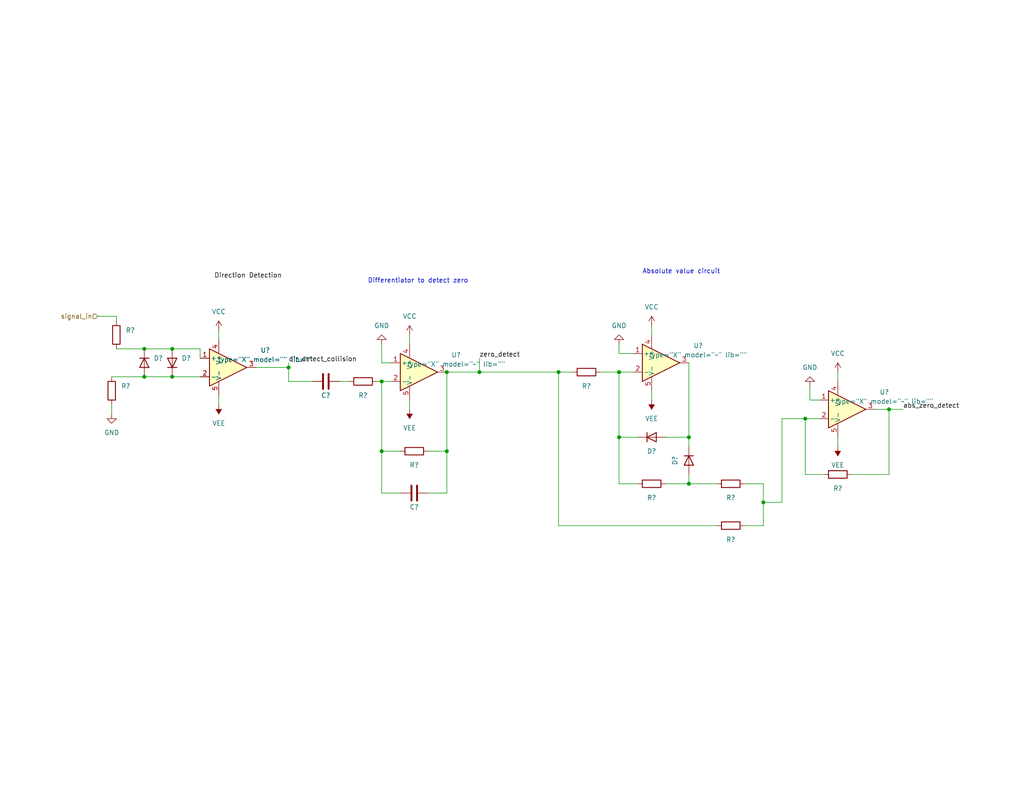
<source format=kicad_sch>
(kicad_sch (version 20211123) (generator eeschema)
  (paper "USLetter")
  (lib_symbols
    (symbol "Device:C" (pin_numbers hide) (pin_names (offset 0.254))
      (property "Reference" "C" (at 0.635 2.54 0))
      (property "Value" "C" (at 0.635 -2.54 0))
      (symbol "C_0_1"
        (polyline (pts (xy -2.032 -0.762) (xy 2.032 -0.762)) (stroke (width 0.508)))
        (polyline (pts (xy -2.032 0.762) (xy 2.032 0.762)) (stroke (width 0.508)))
      )
      (symbol "C_1_1"
        (pin passive line (at 0 3.81 270) (length 2.794) (name "~") (number "1"))
        (pin passive line (at 0 -3.81 90) (length 2.794) (name "~") (number "2"))
      )
    )
    (symbol "Device:D" (pin_numbers hide) (pin_names (offset 1.016) hide)
      (property "Reference" "D" (at 0 2.54 0))
      (property "Value" "D" (at 0 -2.54 0))
      (symbol "D_0_1"
        (polyline (pts (xy -1.27 1.27) (xy -1.27 -1.27)) (stroke (width 0.254)))
        (polyline (pts (xy 1.27 0) (xy -1.27 0)))
        (polyline (pts (xy 1.27 1.27) (xy 1.27 -1.27) (xy -1.27 0) (xy 1.27 1.27)) (stroke (width 0.254)))
      )
      (symbol "D_1_1"
        (pin passive line (at -3.81 0 0) (length 2.54) (name "K") (number "1"))
        (pin passive line (at 3.81 0 180) (length 2.54) (name "A") (number "2"))
      )
    )
    (symbol "Device:R" (pin_numbers hide) (pin_names (offset 0))
      (property "Reference" "R" (at 2.032 0 90))
      (property "Value" "R" (at 0 0 90))
      (symbol "R_0_1"
        (rectangle (start -1.016 -2.54) (end 1.016 2.54) (stroke (width 0.254)))
      )
      (symbol "R_1_1"
        (pin passive line (at 0 3.81 270) (length 1.27) (name "~") (number "1"))
        (pin passive line (at 0 -3.81 90) (length 1.27) (name "~") (number "2"))
      )
    )
    (symbol "Simulation_SPICE:OPAMP" (pin_names (offset 0.254))
      (property "Reference" "U" (at 3.81 3.175 0))
      (property "Value" "OPAMP" (at 3.81 -3.175 0))
      (symbol "OPAMP_0_1"
        (polyline (pts (xy 5.08 0) (xy -5.08 5.08) (xy -5.08 -5.08) (xy 5.08 0)) (stroke (width 0.254)) (fill (type background)))
      )
      (symbol "OPAMP_1_1"
        (pin input line (at -7.62 2.54 0) (length 2.54) (name "+") (number "1"))
        (pin input line (at -7.62 -2.54 0) (length 2.54) (name "-") (number "2"))
        (pin output line (at 7.62 0 180) (length 2.54) (name "~") (number "3"))
        (pin power_in line (at -2.54 7.62 270) (length 3.81) (name "V+") (number "4"))
        (pin power_in line (at -2.54 -7.62 90) (length 3.81) (name "V-") (number "5"))
      )
    )
    (symbol "power:GND" (power) (pin_names (offset 0))
      (property "Value" "GND" (at 0 -3.81 0))
      (symbol "GND_0_1"
        (polyline (pts (xy 0 0) (xy 0 -1.27) (xy 1.27 -1.27) (xy 0 -2.54) (xy -1.27 -1.27) (xy 0 -1.27)))
      )
      (symbol "GND_1_1"
        (pin power_in line (at 0 0 270) (length 0) hide (name "GND") (number "1"))
      )
    )
    (symbol "power:VCC" (power) (pin_names (offset 0))
      (property "Value" "VCC" (at 0 3.81 0))
      (symbol "VCC_0_1"
        (polyline (pts (xy -0.762 1.27) (xy 0 2.54)))
        (polyline (pts (xy 0 0) (xy 0 2.54)))
        (polyline (pts (xy 0 2.54) (xy 0.762 1.27)))
      )
      (symbol "VCC_1_1"
        (pin power_in line (at 0 0 90) (length 0) hide (name "VCC") (number "1"))
      )
    )
    (symbol "power:VEE" (power) (pin_names (offset 0))
      (property "Value" "VEE" (at 0 3.81 0))
      (symbol "VEE_0_1"
        (polyline (pts (xy 0 0) (xy 0 2.54)))
        (polyline (pts (xy 0.762 1.27) (xy -0.762 1.27) (xy 0 2.54) (xy 0.762 1.27)) (fill (type outline)))
      )
      (symbol "VEE_1_1"
        (pin power_in line (at 0 0 90) (length 0) hide (name "VEE") (number "1"))
      )
    )
  )
  (junction (at 78.74 100.33))
  (junction (at 208.28 137.16))
  (junction (at 104.14 123.19))
  (junction (at 168.91 101.6))
  (junction (at 242.57 111.76))
  (junction (at 39.37 102.87))
  (junction (at 130.81 101.6))
  (junction (at 39.37 95.25))
  (junction (at 152.4 101.6))
  (junction (at 187.96 132.08))
  (junction (at 46.99 95.25))
  (junction (at 219.71 114.3))
  (junction (at 168.91 119.38))
  (junction (at 187.96 119.38))
  (junction (at 46.99 102.87))
  (junction (at 121.92 123.19))
  (junction (at 104.14 104.14))
  (junction (at 121.92 101.6))
  (wire (pts (xy 54.61 97.79) (xy 54.61 95.25)))
  (wire (pts (xy 39.37 102.87) (xy 46.99 102.87)))
  (wire (pts (xy 102.87 104.14) (xy 104.14 104.14)))
  (wire (pts (xy 203.2 143.51) (xy 208.28 143.51)))
  (wire (pts (xy 104.14 99.06) (xy 104.14 93.98)))
  (wire (pts (xy 152.4 143.51) (xy 152.4 101.6)))
  (wire (pts (xy 208.28 143.51) (xy 208.28 137.16)))
  (wire (pts (xy 187.96 119.38) (xy 187.96 121.92)))
  (wire (pts (xy 213.36 114.3) (xy 219.71 114.3)))
  (wire (pts (xy 109.22 123.19) (xy 104.14 123.19)))
  (wire (pts (xy 31.75 87.63) (xy 31.75 86.36)))
  (wire (pts (xy 130.81 101.6) (xy 152.4 101.6)))
  (wire (pts (xy 172.72 96.52) (xy 168.91 96.52)))
  (wire (pts (xy 59.69 107.95) (xy 59.69 110.49)))
  (wire (pts (xy 224.79 129.54) (xy 219.71 129.54)))
  (wire (pts (xy 92.71 104.14) (xy 95.25 104.14)))
  (wire (pts (xy 104.14 134.62) (xy 104.14 123.19)))
  (wire (pts (xy 104.14 104.14) (xy 106.68 104.14)))
  (wire (pts (xy 130.81 101.6) (xy 121.92 101.6)))
  (wire (pts (xy 195.58 132.08) (xy 187.96 132.08)))
  (wire (pts (xy 78.74 104.14) (xy 78.74 100.33)))
  (wire (pts (xy 213.36 137.16) (xy 213.36 114.3)))
  (wire (pts (xy 121.92 134.62) (xy 121.92 123.19)))
  (wire (pts (xy 111.76 91.44) (xy 111.76 93.98)))
  (wire (pts (xy 177.8 88.9) (xy 177.8 91.44)))
  (wire (pts (xy 39.37 95.25) (xy 46.99 95.25)))
  (wire (pts (xy 242.57 129.54) (xy 242.57 111.76)))
  (wire (pts (xy 116.84 123.19) (xy 121.92 123.19)))
  (wire (pts (xy 208.28 137.16) (xy 208.28 132.08)))
  (wire (pts (xy 228.6 101.6) (xy 228.6 104.14)))
  (wire (pts (xy 130.81 97.79) (xy 130.81 101.6)))
  (wire (pts (xy 116.84 134.62) (xy 121.92 134.62)))
  (wire (pts (xy 228.6 119.38) (xy 228.6 121.92)))
  (wire (pts (xy 208.28 132.08) (xy 203.2 132.08)))
  (wire (pts (xy 69.85 100.33) (xy 78.74 100.33)))
  (wire (pts (xy 85.09 104.14) (xy 78.74 104.14)))
  (wire (pts (xy 242.57 111.76) (xy 238.76 111.76)))
  (wire (pts (xy 121.92 101.6) (xy 121.92 123.19)))
  (wire (pts (xy 168.91 132.08) (xy 168.91 119.38)))
  (wire (pts (xy 109.22 134.62) (xy 104.14 134.62)))
  (wire (pts (xy 195.58 143.51) (xy 152.4 143.51)))
  (wire (pts (xy 59.69 90.17) (xy 59.69 92.71)))
  (wire (pts (xy 220.98 109.22) (xy 220.98 105.41)))
  (wire (pts (xy 104.14 104.14) (xy 104.14 123.19)))
  (wire (pts (xy 181.61 132.08) (xy 187.96 132.08)))
  (wire (pts (xy 187.96 119.38) (xy 187.96 99.06)))
  (wire (pts (xy 111.76 109.22) (xy 111.76 111.76)))
  (wire (pts (xy 54.61 95.25) (xy 46.99 95.25)))
  (wire (pts (xy 208.28 137.16) (xy 213.36 137.16)))
  (wire (pts (xy 242.57 111.76) (xy 246.38 111.76)))
  (wire (pts (xy 173.99 132.08) (xy 168.91 132.08)))
  (wire (pts (xy 223.52 109.22) (xy 220.98 109.22)))
  (wire (pts (xy 31.75 86.36) (xy 26.67 86.36)))
  (wire (pts (xy 30.48 110.49) (xy 30.48 113.03)))
  (wire (pts (xy 181.61 119.38) (xy 187.96 119.38)))
  (wire (pts (xy 106.68 99.06) (xy 104.14 99.06)))
  (wire (pts (xy 187.96 129.54) (xy 187.96 132.08)))
  (wire (pts (xy 30.48 102.87) (xy 39.37 102.87)))
  (wire (pts (xy 168.91 119.38) (xy 173.99 119.38)))
  (wire (pts (xy 152.4 101.6) (xy 156.21 101.6)))
  (wire (pts (xy 168.91 101.6) (xy 172.72 101.6)))
  (wire (pts (xy 232.41 129.54) (xy 242.57 129.54)))
  (wire (pts (xy 168.91 96.52) (xy 168.91 93.98)))
  (wire (pts (xy 46.99 102.87) (xy 54.61 102.87)))
  (wire (pts (xy 177.8 106.68) (xy 177.8 109.22)))
  (wire (pts (xy 78.74 99.06) (xy 78.74 100.33)))
  (wire (pts (xy 219.71 129.54) (xy 219.71 114.3)))
  (wire (pts (xy 168.91 101.6) (xy 168.91 119.38)))
  (wire (pts (xy 219.71 114.3) (xy 223.52 114.3)))
  (wire (pts (xy 163.83 101.6) (xy 168.91 101.6)))
  (wire (pts (xy 31.75 95.25) (xy 39.37 95.25)))
  (text "Absolute value circuit" (at 175.26 74.93 0) (effects (font (size 1.27 1.27)) (justify left bottom)))
  (text "Differentiator to detect zero" (at 100.33 77.47 0) (effects (font (size 1.27 1.27)) (justify left bottom)))
  (label "abs_zero_detect" (at 246.38 111.76 0))
  (label "zero_detect" (at 130.81 97.79 0))
  (label "dir_detect_collision" (at 78.74 99.06 0))
  (label "Direction Detection" (at 58.42 76.2 0))
  (hierarchical_label "signal_in" (shape input) (at 26.67 86.36 180))
  (symbol (lib_id "Device:R") (at 30.48 106.68 0) (unit 1)
    (property "Reference" "R?" (at 33.02 105.4099 0) (effects (justify left)))
  )
  (symbol (lib_id "power:VEE") (at 111.76 111.76 180) (unit 1)
    (property "Reference" "#PWR?" (effects hide))
  )
  (symbol (lib_id "power:VCC") (at 111.76 91.44 0) (unit 1)
    (property "Reference" "#PWR?" (effects hide))
  )
  (symbol (lib_id "Device:R") (at 113.03 123.19 90) (unit 1)
    (property "Reference" "R?" (at 113.03 127 90))
  )
  (symbol (lib_id "Device:D") (at 187.96 125.73 270) (unit 1)
    (property "Reference" "D?" (at 184.15 125.73 0))
    (property "Datasheet" "1n914" (effects hide))
  )
  (symbol (lib_id "Simulation_SPICE:OPAMP") (at 180.34 99.06 0) (unit 1)
    (property "Reference" "U?" (at 190.5 94.361 0))
    (property "Value" "~" (at 190.5 96.901 0))
    (property "Spice_Netlist_Enabled" "Y" (effects hide))
    (property "Spice_Primitive" "X" (effects hide))
  )
  (symbol (lib_id "power:VEE") (at 59.69 110.49 180) (unit 1)
    (property "Reference" "#PWR?" (effects hide))
  )
  (symbol (lib_id "power:GND") (at 104.14 93.98 180) (unit 1)
    (property "Reference" "#PWR?" (effects hide))
    (property "Value" "~" (at 104.14 88.9 0))
  )
  (symbol (lib_id "Device:R") (at 228.6 129.54 90) (unit 1)
    (property "Reference" "R?" (at 228.6 133.35 90))
  )
  (symbol (lib_id "power:VCC") (at 59.69 90.17 0) (unit 1)
    (property "Reference" "#PWR?" (effects hide))
  )
  (symbol (lib_id "Device:R") (at 199.39 143.51 90) (unit 1)
    (property "Reference" "R?" (at 199.39 147.32 90))
  )
  (symbol (lib_id "Simulation_SPICE:OPAMP") (at 114.3 101.6 0) (unit 1)
    (property "Reference" "U?" (at 124.46 96.901 0))
    (property "Value" "~" (at 124.46 99.441 0))
    (property "Spice_Netlist_Enabled" "Y" (effects hide))
    (property "Spice_Primitive" "X" (effects hide))
  )
  (symbol (lib_id "Simulation_SPICE:OPAMP") (at 62.23 100.33 0) (unit 1)
    (property "Reference" "U?" (at 72.39 95.631 0))
    (property "Spice_Netlist_Enabled" "Y" (effects hide))
    (property "Spice_Primitive" "X" (effects hide))
  )
  (symbol (lib_id "Device:D") (at 46.99 99.06 90) (unit 1)
    (property "Reference" "D?" (at 49.53 97.7899 90) (effects (justify right)))
  )
  (symbol (lib_id "Device:R") (at 199.39 132.08 90) (unit 1)
    (property "Reference" "R?" (at 199.39 135.89 90))
  )
  (symbol (lib_id "Device:R") (at 177.8 132.08 90) (unit 1)
    (property "Reference" "R?" (at 177.8 135.89 90))
  )
  (symbol (lib_id "Device:R") (at 99.06 104.14 90) (unit 1)
    (property "Reference" "R?" (at 99.06 107.95 90))
  )
  (symbol (lib_id "Device:D") (at 39.37 99.06 270) (unit 1)
    (property "Reference" "D?" (at 41.91 97.7899 90) (effects (justify left)))
    (property "Datasheet" "1n914" (effects hide))
  )
  (symbol (lib_id "power:GND") (at 30.48 113.03 0) (unit 1)
    (property "Reference" "#PWR?" (effects hide))
  )
  (symbol (lib_id "Device:C") (at 88.9 104.14 90) (unit 1)
    (property "Reference" "C?" (at 88.9 107.95 90))
  )
  (symbol (lib_id "power:GND") (at 168.91 93.98 180) (unit 1)
    (property "Reference" "#PWR?" (effects hide))
    (property "Value" "~" (at 168.91 88.9 0))
  )
  (symbol (lib_id "power:VCC") (at 177.8 88.9 0) (unit 1)
    (property "Reference" "#PWR?" (effects hide))
  )
  (symbol (lib_id "Device:R") (at 160.02 101.6 90) (unit 1)
    (property "Reference" "R?" (at 160.02 105.41 90))
  )
  (symbol (lib_id "Device:D") (at 177.8 119.38 0) (unit 1)
    (property "Reference" "D?" (at 177.8 123.19 0))
    (property "Datasheet" "1n914" (effects hide))
  )
  (symbol (lib_id "power:VEE") (at 177.8 109.22 180) (unit 1)
    (property "Reference" "#PWR?" (effects hide))
  )
  (symbol (lib_id "Device:C") (at 113.03 134.62 90) (unit 1)
    (property "Reference" "C?" (at 113.03 138.43 90))
  )
  (symbol (lib_id "Device:R") (at 31.75 91.44 0) (unit 1)
    (property "Reference" "R?" (at 34.29 90.1699 0) (effects (justify left)))
  )
  (symbol (lib_id "power:VCC") (at 228.6 101.6 0) (unit 1)
    (property "Reference" "#PWR?" (effects hide))
    (property "Value" "~" (at 228.6 96.52 0))
  )
  (symbol (lib_id "power:GND") (at 220.98 105.41 180) (unit 1)
    (property "Reference" "#PWR?" (effects hide))
    (property "Value" "~" (at 220.98 100.33 0))
  )
  (symbol (lib_id "power:VEE") (at 228.6 121.92 180) (unit 1)
    (property "Reference" "#PWR?" (effects hide))
    (property "Value" "~" (at 228.6 127 0))
  )
  (symbol (lib_id "Simulation_SPICE:OPAMP") (at 231.14 111.76 0) (unit 1)
    (property "Reference" "U?" (at 241.3 107.061 0))
    (property "Value" "~" (at 241.3 109.601 0))
    (property "Spice_Netlist_Enabled" "Y" (effects hide))
    (property "Spice_Primitive" "X" (effects hide))
  )
)
</source>
